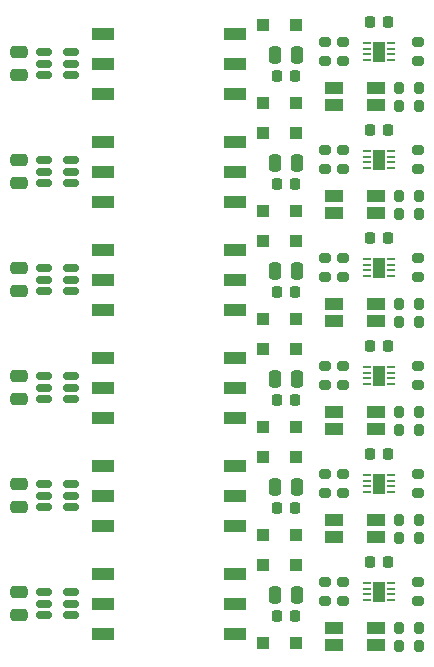
<source format=gtp>
%TF.GenerationSoftware,KiCad,Pcbnew,7.0.11+dfsg-1build4*%
%TF.CreationDate,2024-07-23T19:21:24-07:00*%
%TF.ProjectId,6s_750mA,36735f37-3530-46d4-912e-6b696361645f,rev?*%
%TF.SameCoordinates,Original*%
%TF.FileFunction,Paste,Top*%
%TF.FilePolarity,Positive*%
%FSLAX46Y46*%
G04 Gerber Fmt 4.6, Leading zero omitted, Abs format (unit mm)*
G04 Created by KiCad (PCBNEW 7.0.11+dfsg-1build4) date 2024-07-23 19:21:24*
%MOMM*%
%LPD*%
G01*
G04 APERTURE LIST*
G04 Aperture macros list*
%AMRoundRect*
0 Rectangle with rounded corners*
0 $1 Rounding radius*
0 $2 $3 $4 $5 $6 $7 $8 $9 X,Y pos of 4 corners*
0 Add a 4 corners polygon primitive as box body*
4,1,4,$2,$3,$4,$5,$6,$7,$8,$9,$2,$3,0*
0 Add four circle primitives for the rounded corners*
1,1,$1+$1,$2,$3*
1,1,$1+$1,$4,$5*
1,1,$1+$1,$6,$7*
1,1,$1+$1,$8,$9*
0 Add four rect primitives between the rounded corners*
20,1,$1+$1,$2,$3,$4,$5,0*
20,1,$1+$1,$4,$5,$6,$7,0*
20,1,$1+$1,$6,$7,$8,$9,0*
20,1,$1+$1,$8,$9,$2,$3,0*%
G04 Aperture macros list end*
%ADD10RoundRect,0.200000X-0.275000X0.200000X-0.275000X-0.200000X0.275000X-0.200000X0.275000X0.200000X0*%
%ADD11RoundRect,0.150000X0.512500X0.150000X-0.512500X0.150000X-0.512500X-0.150000X0.512500X-0.150000X0*%
%ADD12R,0.711200X0.279400*%
%ADD13R,0.990600X1.701800*%
%ADD14RoundRect,0.200000X0.200000X0.275000X-0.200000X0.275000X-0.200000X-0.275000X0.200000X-0.275000X0*%
%ADD15R,1.500000X1.000000*%
%ADD16R,1.830000X1.090000*%
%ADD17RoundRect,0.054500X-0.860500X-0.490500X0.860500X-0.490500X0.860500X0.490500X-0.860500X0.490500X0*%
%ADD18RoundRect,0.250000X0.300000X0.300000X-0.300000X0.300000X-0.300000X-0.300000X0.300000X-0.300000X0*%
%ADD19RoundRect,0.250000X0.250000X0.475000X-0.250000X0.475000X-0.250000X-0.475000X0.250000X-0.475000X0*%
%ADD20RoundRect,0.225000X0.225000X0.250000X-0.225000X0.250000X-0.225000X-0.250000X0.225000X-0.250000X0*%
%ADD21RoundRect,0.250000X0.475000X-0.250000X0.475000X0.250000X-0.475000X0.250000X-0.475000X-0.250000X0*%
G04 APERTURE END LIST*
D10*
%TO.C,R3*%
X185420000Y-108395000D03*
X185420000Y-110045000D03*
%TD*%
D11*
%TO.C,U9*%
X156077500Y-74610000D03*
X156077500Y-73660000D03*
X156077500Y-72710000D03*
X153802500Y-72710000D03*
X153802500Y-73660000D03*
X153802500Y-74610000D03*
%TD*%
D12*
%TO.C,U12*%
X181114700Y-62749811D03*
X181114700Y-63249937D03*
X181114700Y-63750063D03*
X181114700Y-64250189D03*
X183121300Y-64250189D03*
X183121300Y-63750063D03*
X183121300Y-63249937D03*
X183121300Y-62749811D03*
D13*
X182118000Y-63500000D03*
%TD*%
D14*
%TO.C,R29*%
X185483000Y-66548000D03*
X183833000Y-66548000D03*
%TD*%
D15*
%TO.C,D9*%
X181836000Y-95442000D03*
X181836000Y-94042000D03*
X178336000Y-94042000D03*
X178336000Y-95442000D03*
%TD*%
D16*
%TO.C,TR5*%
X158718000Y-71120000D03*
D17*
X158718000Y-73660000D03*
X158718000Y-76200000D03*
X169958000Y-76200000D03*
X169958000Y-73660000D03*
X169958000Y-71120000D03*
%TD*%
D18*
%TO.C,D17*%
X175136000Y-61214000D03*
X172336000Y-61214000D03*
%TD*%
D19*
%TO.C,C6*%
X175194000Y-100330000D03*
X173294000Y-100330000D03*
%TD*%
D16*
%TO.C,TR2*%
X158718000Y-98552000D03*
D17*
X158718000Y-101092000D03*
X158718000Y-103632000D03*
X169958000Y-103632000D03*
X169958000Y-101092000D03*
X169958000Y-98552000D03*
%TD*%
D11*
%TO.C,U7*%
X156077500Y-83754000D03*
X156077500Y-82804000D03*
X156077500Y-81854000D03*
X153802500Y-81854000D03*
X153802500Y-82804000D03*
X153802500Y-83754000D03*
%TD*%
D18*
%TO.C,D1*%
X175136000Y-113538000D03*
X172336000Y-113538000D03*
%TD*%
D19*
%TO.C,C2*%
X175194000Y-109474000D03*
X173294000Y-109474000D03*
%TD*%
D18*
%TO.C,D11*%
X175136000Y-79502000D03*
X172336000Y-79502000D03*
%TD*%
D10*
%TO.C,R7*%
X179070000Y-99251000D03*
X179070000Y-100901000D03*
%TD*%
D20*
%TO.C,C15*%
X175019000Y-83820000D03*
X173469000Y-83820000D03*
%TD*%
%TO.C,C4*%
X182893000Y-106680000D03*
X181343000Y-106680000D03*
%TD*%
D10*
%TO.C,R13*%
X185420000Y-90107000D03*
X185420000Y-91757000D03*
%TD*%
D12*
%TO.C,U8*%
X181114700Y-81037811D03*
X181114700Y-81537937D03*
X181114700Y-82038063D03*
X181114700Y-82538189D03*
X183121300Y-82538189D03*
X183121300Y-82038063D03*
X183121300Y-81537937D03*
X183121300Y-81037811D03*
D13*
X182118000Y-81788000D03*
%TD*%
D21*
%TO.C,C9*%
X151638000Y-92898000D03*
X151638000Y-90998000D03*
%TD*%
D16*
%TO.C,TR6*%
X158718000Y-61976000D03*
D17*
X158718000Y-64516000D03*
X158718000Y-67056000D03*
X169958000Y-67056000D03*
X169958000Y-64516000D03*
X169958000Y-61976000D03*
%TD*%
D20*
%TO.C,C12*%
X182893000Y-88392000D03*
X181343000Y-88392000D03*
%TD*%
D21*
%TO.C,C13*%
X151638000Y-83754000D03*
X151638000Y-81854000D03*
%TD*%
D14*
%TO.C,R25*%
X185483000Y-77216000D03*
X183833000Y-77216000D03*
%TD*%
D18*
%TO.C,D8*%
X175136000Y-88646000D03*
X172336000Y-88646000D03*
%TD*%
D15*
%TO.C,D12*%
X181836000Y-86298000D03*
X181836000Y-84898000D03*
X178336000Y-84898000D03*
X178336000Y-86298000D03*
%TD*%
D19*
%TO.C,C22*%
X175194000Y-63754000D03*
X173294000Y-63754000D03*
%TD*%
D15*
%TO.C,D6*%
X181836000Y-104586000D03*
X181836000Y-103186000D03*
X178336000Y-103186000D03*
X178336000Y-104586000D03*
%TD*%
D11*
%TO.C,U1*%
X156077500Y-111186000D03*
X156077500Y-110236000D03*
X156077500Y-109286000D03*
X153802500Y-109286000D03*
X153802500Y-110236000D03*
X153802500Y-111186000D03*
%TD*%
%TO.C,U11*%
X156077500Y-65466000D03*
X156077500Y-64516000D03*
X156077500Y-63566000D03*
X153802500Y-63566000D03*
X153802500Y-64516000D03*
X153802500Y-65466000D03*
%TD*%
D16*
%TO.C,TR3*%
X158718000Y-89408000D03*
D17*
X158718000Y-91948000D03*
X158718000Y-94488000D03*
X169958000Y-94488000D03*
X169958000Y-91948000D03*
X169958000Y-89408000D03*
%TD*%
D21*
%TO.C,C1*%
X151638000Y-111186000D03*
X151638000Y-109286000D03*
%TD*%
D14*
%TO.C,R9*%
X185483000Y-103124000D03*
X183833000Y-103124000D03*
%TD*%
D20*
%TO.C,C24*%
X182893000Y-60960000D03*
X181343000Y-60960000D03*
%TD*%
D18*
%TO.C,D14*%
X175136000Y-70358000D03*
X172336000Y-70358000D03*
%TD*%
D12*
%TO.C,U4*%
X181114700Y-99325811D03*
X181114700Y-99825937D03*
X181114700Y-100326063D03*
X181114700Y-100826189D03*
X183121300Y-100826189D03*
X183121300Y-100326063D03*
X183121300Y-99825937D03*
X183121300Y-99325811D03*
D13*
X182118000Y-100076000D03*
%TD*%
D19*
%TO.C,C14*%
X175194000Y-82042000D03*
X173294000Y-82042000D03*
%TD*%
D10*
%TO.C,R8*%
X185420000Y-99251000D03*
X185420000Y-100901000D03*
%TD*%
D18*
%TO.C,D4*%
X175136000Y-104394000D03*
X172336000Y-104394000D03*
%TD*%
D10*
%TO.C,R16*%
X177546000Y-80963000D03*
X177546000Y-82613000D03*
%TD*%
D15*
%TO.C,D15*%
X181836000Y-77154000D03*
X181836000Y-75754000D03*
X178336000Y-75754000D03*
X178336000Y-77154000D03*
%TD*%
D10*
%TO.C,R12*%
X179070000Y-90107000D03*
X179070000Y-91757000D03*
%TD*%
%TO.C,R2*%
X179070000Y-108395000D03*
X179070000Y-110045000D03*
%TD*%
D18*
%TO.C,D2*%
X175136000Y-106934000D03*
X172336000Y-106934000D03*
%TD*%
D14*
%TO.C,R5*%
X185483000Y-113792000D03*
X183833000Y-113792000D03*
%TD*%
D21*
%TO.C,C17*%
X151638000Y-74610000D03*
X151638000Y-72710000D03*
%TD*%
D20*
%TO.C,C19*%
X175019000Y-74676000D03*
X173469000Y-74676000D03*
%TD*%
D11*
%TO.C,U5*%
X156077500Y-92898000D03*
X156077500Y-91948000D03*
X156077500Y-90998000D03*
X153802500Y-90998000D03*
X153802500Y-91948000D03*
X153802500Y-92898000D03*
%TD*%
D10*
%TO.C,R21*%
X177546000Y-71819000D03*
X177546000Y-73469000D03*
%TD*%
D14*
%TO.C,R4*%
X185483000Y-112268000D03*
X183833000Y-112268000D03*
%TD*%
D18*
%TO.C,D10*%
X175136000Y-86106000D03*
X172336000Y-86106000D03*
%TD*%
D10*
%TO.C,R1*%
X177546000Y-108395000D03*
X177546000Y-110045000D03*
%TD*%
D14*
%TO.C,R24*%
X185483000Y-75692000D03*
X183833000Y-75692000D03*
%TD*%
D10*
%TO.C,R18*%
X185420000Y-80963000D03*
X185420000Y-82613000D03*
%TD*%
D21*
%TO.C,C21*%
X151638000Y-65466000D03*
X151638000Y-63566000D03*
%TD*%
D14*
%TO.C,R10*%
X185483000Y-104648000D03*
X183833000Y-104648000D03*
%TD*%
D20*
%TO.C,C23*%
X175019000Y-65532000D03*
X173469000Y-65532000D03*
%TD*%
D12*
%TO.C,U10*%
X181114700Y-71893811D03*
X181114700Y-72393937D03*
X181114700Y-72894063D03*
X181114700Y-73394189D03*
X183121300Y-73394189D03*
X183121300Y-72894063D03*
X183121300Y-72393937D03*
X183121300Y-71893811D03*
D13*
X182118000Y-72644000D03*
%TD*%
D14*
%TO.C,R15*%
X185483000Y-95504000D03*
X183833000Y-95504000D03*
%TD*%
D20*
%TO.C,C7*%
X175019000Y-102108000D03*
X173469000Y-102108000D03*
%TD*%
%TO.C,C8*%
X182893000Y-97536000D03*
X181343000Y-97536000D03*
%TD*%
D11*
%TO.C,U3*%
X156077500Y-102042000D03*
X156077500Y-101092000D03*
X156077500Y-100142000D03*
X153802500Y-100142000D03*
X153802500Y-101092000D03*
X153802500Y-102042000D03*
%TD*%
D18*
%TO.C,D13*%
X175136000Y-76962000D03*
X172336000Y-76962000D03*
%TD*%
D20*
%TO.C,C11*%
X175019000Y-92964000D03*
X173469000Y-92964000D03*
%TD*%
D10*
%TO.C,R28*%
X185420000Y-62675000D03*
X185420000Y-64325000D03*
%TD*%
D20*
%TO.C,C3*%
X175019000Y-111252000D03*
X173469000Y-111252000D03*
%TD*%
%TO.C,C16*%
X182893000Y-79248000D03*
X181343000Y-79248000D03*
%TD*%
D10*
%TO.C,R26*%
X177546000Y-62675000D03*
X177546000Y-64325000D03*
%TD*%
%TO.C,R22*%
X179070000Y-71819000D03*
X179070000Y-73469000D03*
%TD*%
%TO.C,R17*%
X179070000Y-80963000D03*
X179070000Y-82613000D03*
%TD*%
D19*
%TO.C,C18*%
X175194000Y-72898000D03*
X173294000Y-72898000D03*
%TD*%
D14*
%TO.C,R30*%
X185483000Y-68072000D03*
X183833000Y-68072000D03*
%TD*%
D10*
%TO.C,R23*%
X185420000Y-71819000D03*
X185420000Y-73469000D03*
%TD*%
D15*
%TO.C,D18*%
X181836000Y-68010000D03*
X181836000Y-66610000D03*
X178336000Y-66610000D03*
X178336000Y-68010000D03*
%TD*%
D18*
%TO.C,D7*%
X175136000Y-95250000D03*
X172336000Y-95250000D03*
%TD*%
D21*
%TO.C,C5*%
X151638000Y-102042000D03*
X151638000Y-100142000D03*
%TD*%
D14*
%TO.C,R14*%
X185483000Y-93980000D03*
X183833000Y-93980000D03*
%TD*%
D16*
%TO.C,TR4*%
X158718000Y-80264000D03*
D17*
X158718000Y-82804000D03*
X158718000Y-85344000D03*
X169958000Y-85344000D03*
X169958000Y-82804000D03*
X169958000Y-80264000D03*
%TD*%
D18*
%TO.C,D16*%
X175136000Y-67818000D03*
X172336000Y-67818000D03*
%TD*%
D19*
%TO.C,C10*%
X175194000Y-91186000D03*
X173294000Y-91186000D03*
%TD*%
D18*
%TO.C,D5*%
X175136000Y-97790000D03*
X172336000Y-97790000D03*
%TD*%
D14*
%TO.C,R20*%
X185483000Y-86360000D03*
X183833000Y-86360000D03*
%TD*%
D12*
%TO.C,U6*%
X181114700Y-90181811D03*
X181114700Y-90681937D03*
X181114700Y-91182063D03*
X181114700Y-91682189D03*
X183121300Y-91682189D03*
X183121300Y-91182063D03*
X183121300Y-90681937D03*
X183121300Y-90181811D03*
D13*
X182118000Y-90932000D03*
%TD*%
D15*
%TO.C,D3*%
X181836000Y-113730000D03*
X181836000Y-112330000D03*
X178336000Y-112330000D03*
X178336000Y-113730000D03*
%TD*%
D16*
%TO.C,TR1*%
X158718000Y-107696000D03*
D17*
X158718000Y-110236000D03*
X158718000Y-112776000D03*
X169958000Y-112776000D03*
X169958000Y-110236000D03*
X169958000Y-107696000D03*
%TD*%
D12*
%TO.C,U2*%
X181114700Y-108469811D03*
X181114700Y-108969937D03*
X181114700Y-109470063D03*
X181114700Y-109970189D03*
X183121300Y-109970189D03*
X183121300Y-109470063D03*
X183121300Y-108969937D03*
X183121300Y-108469811D03*
D13*
X182118000Y-109220000D03*
%TD*%
D10*
%TO.C,R27*%
X179070000Y-62675000D03*
X179070000Y-64325000D03*
%TD*%
%TO.C,R11*%
X177546000Y-90107000D03*
X177546000Y-91757000D03*
%TD*%
D20*
%TO.C,C20*%
X182893000Y-70104000D03*
X181343000Y-70104000D03*
%TD*%
D14*
%TO.C,R19*%
X185483000Y-84836000D03*
X183833000Y-84836000D03*
%TD*%
D10*
%TO.C,R6*%
X177546000Y-99251000D03*
X177546000Y-100901000D03*
%TD*%
M02*

</source>
